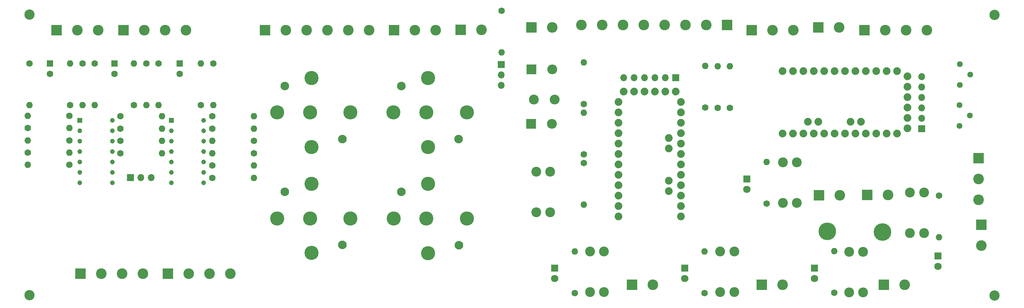
<source format=gbr>
%TF.GenerationSoftware,KiCad,Pcbnew,(5.1.9)-1*%
%TF.CreationDate,2023-01-30T16:09:17-06:00*%
%TF.ProjectId,Motherboard_2023,4d6f7468-6572-4626-9f61-72645f323032,rev?*%
%TF.SameCoordinates,Original*%
%TF.FileFunction,Soldermask,Top*%
%TF.FilePolarity,Negative*%
%FSLAX46Y46*%
G04 Gerber Fmt 4.6, Leading zero omitted, Abs format (unit mm)*
G04 Created by KiCad (PCBNEW (5.1.9)-1) date 2023-01-30 16:09:17*
%MOMM*%
%LPD*%
G01*
G04 APERTURE LIST*
%ADD10C,4.300000*%
%ADD11C,2.600000*%
%ADD12R,2.600000X2.600000*%
%ADD13C,2.500000*%
%ADD14C,1.879600*%
%ADD15C,1.170000*%
%ADD16R,1.170000X1.170000*%
%ADD17O,2.400000X2.400000*%
%ADD18C,2.400000*%
%ADD19C,1.440000*%
%ADD20C,1.600000*%
%ADD21O,1.600000X1.600000*%
%ADD22O,1.700000X1.700000*%
%ADD23R,1.700000X1.700000*%
%ADD24C,3.450000*%
%ADD25C,2.100000*%
%ADD26R,1.800000X1.800000*%
%ADD27C,1.800000*%
%ADD28R,2.400000X2.400000*%
%ADD29R,1.600000X1.600000*%
G04 APERTURE END LIST*
D10*
%TO.C,REF\u002A\u002A*%
X250660000Y-95830000D03*
%TD*%
%TO.C,REF\u002A\u002A*%
X237260000Y-95640000D03*
%TD*%
D11*
%TO.C,J20*%
X91490000Y-105930000D03*
X86410000Y-105930000D03*
X81330000Y-105930000D03*
D12*
X76250000Y-105930000D03*
%TD*%
D11*
%TO.C,J19*%
X70170000Y-105930000D03*
X65090000Y-105930000D03*
X60010000Y-105930000D03*
D12*
X54930000Y-105930000D03*
%TD*%
D13*
%TO.C,REF\u002A\u002A*%
X42500000Y-42680000D03*
%TD*%
%TO.C,REF\u002A\u002A*%
X42510000Y-111200000D03*
%TD*%
%TO.C,REF\u002A\u002A*%
X278030000Y-111290000D03*
%TD*%
%TO.C,REF\u002A\u002A*%
X278010000Y-42770000D03*
%TD*%
D14*
%TO.C,U4*%
X186220000Y-64050000D03*
X186220000Y-66590000D03*
X186220000Y-69130000D03*
X186220000Y-71670000D03*
X186220000Y-74210000D03*
X186220000Y-76750000D03*
X186220000Y-79290000D03*
X186220000Y-81830000D03*
X186220000Y-84370000D03*
X186220000Y-86910000D03*
X186220000Y-89450000D03*
X186220000Y-91990000D03*
X201460000Y-91990000D03*
X201460000Y-89450000D03*
X201460000Y-86910000D03*
X201460000Y-84370000D03*
X201460000Y-81830000D03*
X201460000Y-79290000D03*
X201460000Y-76750000D03*
X201460000Y-74210000D03*
X201460000Y-71670000D03*
X201460000Y-69130000D03*
X201460000Y-66590000D03*
X201460000Y-64050000D03*
X198539000Y-85767000D03*
X198539000Y-83227000D03*
X198539000Y-72813000D03*
X198539000Y-75353000D03*
X187490000Y-61510000D03*
X190030000Y-61510000D03*
X192570000Y-61510000D03*
X195110000Y-61510000D03*
X197650000Y-61510000D03*
X200190000Y-61510000D03*
%TD*%
%TO.C,U3*%
X256770000Y-70490000D03*
X256770000Y-67950000D03*
X256770000Y-65410000D03*
X256770000Y-62870000D03*
X256770000Y-60330000D03*
X256770000Y-57790000D03*
X242927000Y-68839000D03*
X245467000Y-68839000D03*
X235053000Y-68839000D03*
X232513000Y-68839000D03*
X254230000Y-71760000D03*
X251690000Y-71760000D03*
X249150000Y-71760000D03*
X246610000Y-71760000D03*
X244070000Y-71760000D03*
X241530000Y-71760000D03*
X238990000Y-71760000D03*
X236450000Y-71760000D03*
X233910000Y-71760000D03*
X231370000Y-71760000D03*
X228830000Y-71760000D03*
X226290000Y-71760000D03*
X226290000Y-56520000D03*
X228830000Y-56520000D03*
X231370000Y-56520000D03*
X233910000Y-56520000D03*
X236450000Y-56520000D03*
X238990000Y-56520000D03*
X241530000Y-56520000D03*
X244070000Y-56520000D03*
X246610000Y-56520000D03*
X249150000Y-56520000D03*
X251690000Y-56520000D03*
X254230000Y-56520000D03*
%TD*%
D15*
%TO.C,U2*%
X62690000Y-68510000D03*
X62690000Y-71050000D03*
X62690000Y-73590000D03*
X62690000Y-76130000D03*
X62690000Y-78670000D03*
X62690000Y-81210000D03*
X62690000Y-83750000D03*
X54750000Y-83750000D03*
X54750000Y-81210000D03*
X54750000Y-78670000D03*
X54750000Y-76130000D03*
X54750000Y-73590000D03*
X54750000Y-71050000D03*
D16*
X54750000Y-68510000D03*
%TD*%
D15*
%TO.C,U1*%
X85030000Y-68520000D03*
X85030000Y-71060000D03*
X85030000Y-73600000D03*
X85030000Y-76140000D03*
X85030000Y-78680000D03*
X85030000Y-81220000D03*
X85030000Y-83760000D03*
X77090000Y-83760000D03*
X77090000Y-81220000D03*
X77090000Y-78680000D03*
X77090000Y-76140000D03*
X77090000Y-73600000D03*
X77090000Y-71060000D03*
D16*
X77090000Y-68520000D03*
%TD*%
D17*
%TO.C,TH1*%
X170700000Y-63470000D03*
D18*
X165620000Y-63470000D03*
%TD*%
D19*
%TO.C,RV2*%
X269610000Y-59850000D03*
X272150000Y-57310000D03*
X269610000Y-54770000D03*
%TD*%
%TO.C,RV1*%
X269510000Y-69910000D03*
X272050000Y-67370000D03*
X269510000Y-64830000D03*
%TD*%
D20*
%TO.C,R36*%
X264490000Y-86920000D03*
D21*
X264490000Y-97080000D03*
%TD*%
D20*
%TO.C,R35*%
X238930000Y-110610000D03*
D21*
X238930000Y-100450000D03*
%TD*%
D20*
%TO.C,R34*%
X207240000Y-110660000D03*
D21*
X207240000Y-100500000D03*
%TD*%
D20*
%TO.C,R33*%
X175560000Y-110660000D03*
D21*
X175560000Y-100500000D03*
%TD*%
D20*
%TO.C,R32*%
X222420000Y-88880000D03*
D21*
X222420000Y-78720000D03*
%TD*%
%TO.C,R31*%
X157700000Y-51920000D03*
D20*
X157700000Y-41760000D03*
%TD*%
%TO.C,R30*%
X207440000Y-65430000D03*
D21*
X207440000Y-55270000D03*
%TD*%
D20*
%TO.C,R29*%
X210470000Y-65440000D03*
D21*
X210470000Y-55280000D03*
%TD*%
D20*
%TO.C,R28*%
X213470000Y-65440000D03*
D21*
X213470000Y-55280000D03*
%TD*%
D20*
%TO.C,R27*%
X177810000Y-76810000D03*
D21*
X177810000Y-66650000D03*
%TD*%
D20*
%TO.C,R26*%
X177820000Y-78930000D03*
D21*
X177820000Y-89090000D03*
%TD*%
D20*
%TO.C,R25*%
X177800000Y-64550000D03*
D21*
X177800000Y-54390000D03*
%TD*%
%TO.C,R24*%
X74880000Y-76540000D03*
D20*
X64720000Y-76540000D03*
%TD*%
D21*
%TO.C,R23*%
X74880000Y-67540000D03*
D20*
X64720000Y-67540000D03*
%TD*%
D21*
%TO.C,R22*%
X87110000Y-73550000D03*
D20*
X97270000Y-73550000D03*
%TD*%
D21*
%TO.C,R21*%
X87110000Y-76550000D03*
D20*
X97270000Y-76550000D03*
%TD*%
D21*
%TO.C,R20*%
X74880000Y-73540000D03*
D20*
X64720000Y-73540000D03*
%TD*%
D21*
%TO.C,R19*%
X74880000Y-70540000D03*
D20*
X64720000Y-70540000D03*
%TD*%
D21*
%TO.C,R18*%
X42080000Y-79400000D03*
D20*
X52240000Y-79400000D03*
%TD*%
D21*
%TO.C,R17*%
X52240000Y-76400000D03*
D20*
X42080000Y-76400000D03*
%TD*%
D21*
%TO.C,R16*%
X42080000Y-73400000D03*
D20*
X52240000Y-73400000D03*
%TD*%
D21*
%TO.C,R15*%
X52240000Y-70400000D03*
D20*
X42080000Y-70400000D03*
%TD*%
D21*
%TO.C,R14*%
X42080000Y-67390000D03*
D20*
X52240000Y-67390000D03*
%TD*%
D21*
%TO.C,R13*%
X97270000Y-67550000D03*
D20*
X87110000Y-67550000D03*
%TD*%
D21*
%TO.C,R12*%
X97270000Y-70550000D03*
D20*
X87110000Y-70550000D03*
%TD*%
D21*
%TO.C,R11*%
X97270000Y-79550000D03*
D20*
X87110000Y-79550000D03*
%TD*%
D21*
%TO.C,R10*%
X97270000Y-82550000D03*
D20*
X87110000Y-82550000D03*
%TD*%
D21*
%TO.C,R9*%
X87330000Y-64830000D03*
D20*
X87330000Y-54670000D03*
%TD*%
D21*
%TO.C,R8*%
X71000000Y-64840000D03*
D20*
X71000000Y-54680000D03*
%TD*%
D21*
%TO.C,R7*%
X55410000Y-64830000D03*
D20*
X55410000Y-54670000D03*
%TD*%
D21*
%TO.C,R6*%
X84330000Y-54670000D03*
D20*
X84330000Y-64830000D03*
%TD*%
D21*
%TO.C,R5*%
X68000000Y-54680000D03*
D20*
X68000000Y-64840000D03*
%TD*%
D21*
%TO.C,R4*%
X52400000Y-54670000D03*
D20*
X52400000Y-64830000D03*
%TD*%
D21*
%TO.C,R3*%
X74000000Y-64840000D03*
D20*
X74000000Y-54680000D03*
%TD*%
D21*
%TO.C,R2*%
X58410000Y-64830000D03*
D20*
X58410000Y-54670000D03*
%TD*%
D21*
%TO.C,R1*%
X42530000Y-64840000D03*
D20*
X42530000Y-54680000D03*
%TD*%
D22*
%TO.C,Q2*%
X157630000Y-59960000D03*
X157630000Y-57420000D03*
D23*
X157630000Y-54880000D03*
%TD*%
D22*
%TO.C,Q1*%
X72230000Y-82460000D03*
X69690000Y-82460000D03*
D23*
X67150000Y-82460000D03*
%TD*%
D12*
%TO.C,J25*%
X247000000Y-86770000D03*
D11*
X252080000Y-86770000D03*
%TD*%
D12*
%TO.C,J24*%
X251070000Y-108660000D03*
D11*
X256150000Y-108660000D03*
%TD*%
D12*
%TO.C,J23*%
X221210000Y-108680000D03*
D11*
X226290000Y-108680000D03*
%TD*%
D12*
%TO.C,J22*%
X189530000Y-108680000D03*
D11*
X194610000Y-108680000D03*
%TD*%
D12*
%TO.C,J21*%
X235180000Y-86790000D03*
D11*
X240260000Y-86790000D03*
%TD*%
%TO.C,J18*%
X152810000Y-46430000D03*
D12*
X147730000Y-46430000D03*
%TD*%
D24*
%TO.C,J17*%
X149290000Y-92480000D03*
X131390000Y-92480000D03*
X139790000Y-100930000D03*
X139390000Y-92480000D03*
X139790000Y-84030000D03*
D25*
X133290000Y-85980000D03*
X147290000Y-98980000D03*
%TD*%
D24*
%TO.C,J16*%
X120850000Y-92460000D03*
X102950000Y-92460000D03*
X111350000Y-100910000D03*
X110950000Y-92460000D03*
X111350000Y-84010000D03*
D25*
X104850000Y-85960000D03*
X118850000Y-98960000D03*
%TD*%
D11*
%TO.C,J15*%
X141600000Y-46500000D03*
X136520000Y-46500000D03*
D12*
X131440000Y-46500000D03*
%TD*%
D24*
%TO.C,J14*%
X149240000Y-66610000D03*
X131340000Y-66610000D03*
X139740000Y-75060000D03*
X139340000Y-66610000D03*
X139740000Y-58160000D03*
D25*
X133240000Y-60110000D03*
X147240000Y-73110000D03*
%TD*%
D24*
%TO.C,J13*%
X120850000Y-66620000D03*
X102950000Y-66620000D03*
X111350000Y-75070000D03*
X110950000Y-66620000D03*
X111350000Y-58170000D03*
D25*
X104850000Y-60120000D03*
X118850000Y-73120000D03*
%TD*%
D11*
%TO.C,J12*%
X125360000Y-46500000D03*
X120280000Y-46500000D03*
X115200000Y-46500000D03*
X110120000Y-46500000D03*
X105040000Y-46500000D03*
D12*
X99960000Y-46500000D03*
%TD*%
%TO.C,J11*%
X218800000Y-46500000D03*
D11*
X223880000Y-46500000D03*
X228960000Y-46500000D03*
%TD*%
D23*
%TO.C,J10*%
X200190000Y-58110000D03*
D22*
X197650000Y-58110000D03*
X195110000Y-58110000D03*
X192570000Y-58110000D03*
X190030000Y-58110000D03*
X187490000Y-58110000D03*
%TD*%
D12*
%TO.C,J9*%
X212720000Y-45200000D03*
D11*
X207640000Y-45200000D03*
X202560000Y-45200000D03*
X197480000Y-45200000D03*
X192400000Y-45200000D03*
X187320000Y-45200000D03*
X182240000Y-45200000D03*
X177160000Y-45200000D03*
%TD*%
D12*
%TO.C,J8*%
X235060000Y-45810000D03*
D11*
X240140000Y-45810000D03*
%TD*%
%TO.C,J7*%
X170090000Y-45820000D03*
D12*
X165010000Y-45820000D03*
%TD*%
D11*
%TO.C,J6*%
X274120000Y-87880000D03*
X274120000Y-82800000D03*
D12*
X274120000Y-77720000D03*
%TD*%
D11*
%TO.C,J5*%
X261530000Y-46500000D03*
X256450000Y-46500000D03*
X251370000Y-46500000D03*
D12*
X246290000Y-46500000D03*
%TD*%
D22*
%TO.C,J4*%
X260250000Y-57880000D03*
X260250000Y-60420000D03*
X260250000Y-62960000D03*
X260250000Y-65500000D03*
X260250000Y-68040000D03*
D23*
X260250000Y-70580000D03*
%TD*%
D11*
%TO.C,J3*%
X274810000Y-99130000D03*
D12*
X274810000Y-94050000D03*
%TD*%
D11*
%TO.C,J2*%
X80690000Y-46500000D03*
X75610000Y-46500000D03*
X70530000Y-46500000D03*
D12*
X65450000Y-46500000D03*
%TD*%
D11*
%TO.C,J1*%
X59250000Y-46500000D03*
X54170000Y-46500000D03*
D12*
X49090000Y-46500000D03*
%TD*%
D18*
%TO.C,F6*%
X257410000Y-96070000D03*
X260810000Y-96070000D03*
X257410000Y-86150000D03*
X260810000Y-86150000D03*
%TD*%
%TO.C,F5*%
X245980000Y-100580000D03*
X242580000Y-100580000D03*
X245980000Y-110500000D03*
X242580000Y-110500000D03*
%TD*%
%TO.C,F4*%
X214500000Y-100520000D03*
X211100000Y-100520000D03*
X214500000Y-110440000D03*
X211100000Y-110440000D03*
%TD*%
%TO.C,F3*%
X169580000Y-81080000D03*
X166180000Y-81080000D03*
X169580000Y-91000000D03*
X166180000Y-91000000D03*
%TD*%
%TO.C,F2*%
X182710000Y-100530000D03*
X179310000Y-100530000D03*
X182710000Y-110450000D03*
X179310000Y-110450000D03*
%TD*%
%TO.C,F1*%
X229790000Y-78740000D03*
X226390000Y-78740000D03*
X229790000Y-88660000D03*
X226390000Y-88660000D03*
%TD*%
D26*
%TO.C,D7*%
X264260000Y-101590000D03*
D27*
X264260000Y-104130000D03*
%TD*%
D26*
%TO.C,D6*%
X234100000Y-104590000D03*
D27*
X234100000Y-107130000D03*
%TD*%
D26*
%TO.C,D5*%
X202400000Y-104610000D03*
D27*
X202400000Y-107150000D03*
%TD*%
D26*
%TO.C,D4*%
X170720000Y-104610000D03*
D27*
X170720000Y-107150000D03*
%TD*%
D26*
%TO.C,D3*%
X217580000Y-82820000D03*
D27*
X217580000Y-85360000D03*
%TD*%
D28*
%TO.C,D2*%
X164890000Y-69370000D03*
D17*
X169970000Y-69370000D03*
%TD*%
%TO.C,D1*%
X170070000Y-56080000D03*
D28*
X164990000Y-56080000D03*
%TD*%
D20*
%TO.C,C3*%
X79140000Y-57180000D03*
D29*
X79140000Y-54680000D03*
%TD*%
D20*
%TO.C,C2*%
X63280000Y-57160000D03*
D29*
X63280000Y-54660000D03*
%TD*%
D20*
%TO.C,C1*%
X47480000Y-57180000D03*
D29*
X47480000Y-54680000D03*
%TD*%
M02*

</source>
